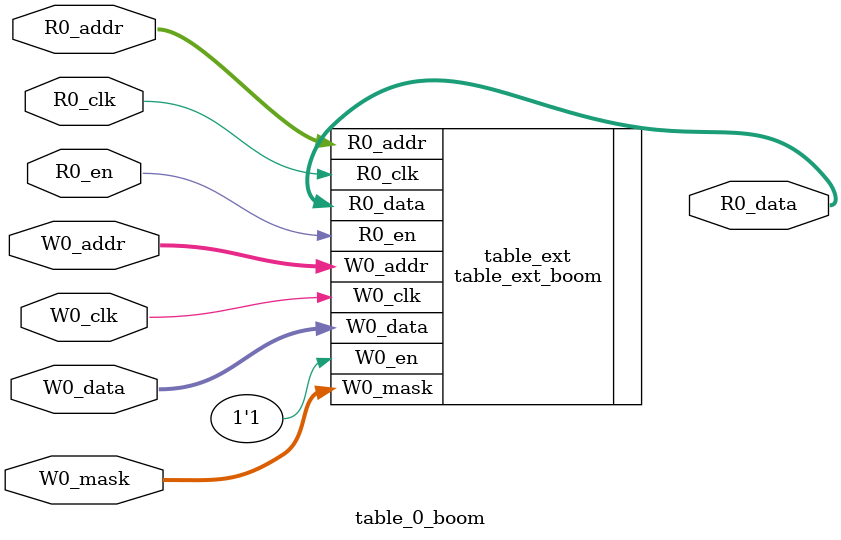
<source format=sv>
`ifndef RANDOMIZE
  `ifdef RANDOMIZE_REG_INIT
    `define RANDOMIZE
  `endif // RANDOMIZE_REG_INIT
`endif // not def RANDOMIZE
`ifndef RANDOMIZE
  `ifdef RANDOMIZE_MEM_INIT
    `define RANDOMIZE
  `endif // RANDOMIZE_MEM_INIT
`endif // not def RANDOMIZE

`ifndef RANDOM
  `define RANDOM $random
`endif // not def RANDOM

// Users can define 'PRINTF_COND' to add an extra gate to prints.
`ifndef PRINTF_COND_
  `ifdef PRINTF_COND
    `define PRINTF_COND_ (`PRINTF_COND)
  `else  // PRINTF_COND
    `define PRINTF_COND_ 1
  `endif // PRINTF_COND
`endif // not def PRINTF_COND_

// Users can define 'ASSERT_VERBOSE_COND' to add an extra gate to assert error printing.
`ifndef ASSERT_VERBOSE_COND_
  `ifdef ASSERT_VERBOSE_COND
    `define ASSERT_VERBOSE_COND_ (`ASSERT_VERBOSE_COND)
  `else  // ASSERT_VERBOSE_COND
    `define ASSERT_VERBOSE_COND_ 1
  `endif // ASSERT_VERBOSE_COND
`endif // not def ASSERT_VERBOSE_COND_

// Users can define 'STOP_COND' to add an extra gate to stop conditions.
`ifndef STOP_COND_
  `ifdef STOP_COND
    `define STOP_COND_ (`STOP_COND)
  `else  // STOP_COND
    `define STOP_COND_ 1
  `endif // STOP_COND
`endif // not def STOP_COND_

// Users can define INIT_RANDOM as general code that gets injected into the
// initializer block for modules with registers.
`ifndef INIT_RANDOM
  `define INIT_RANDOM
`endif // not def INIT_RANDOM

// If using random initialization, you can also define RANDOMIZE_DELAY to
// customize the delay used, otherwise 0.002 is used.
`ifndef RANDOMIZE_DELAY
  `define RANDOMIZE_DELAY 0.002
`endif // not def RANDOMIZE_DELAY

// Define INIT_RANDOM_PROLOG_ for use in our modules below.
`ifndef INIT_RANDOM_PROLOG_
  `ifdef RANDOMIZE
    `ifdef VERILATOR
      `define INIT_RANDOM_PROLOG_ `INIT_RANDOM
    `else  // VERILATOR
      `define INIT_RANDOM_PROLOG_ `INIT_RANDOM #`RANDOMIZE_DELAY begin end
    `endif // VERILATOR
  `else  // RANDOMIZE
    `define INIT_RANDOM_PROLOG_
  `endif // RANDOMIZE
`endif // not def INIT_RANDOM_PROLOG_

module table_0_boom(	// @[tage.scala:91:27]
  input  [6:0]  R0_addr,
  input         R0_en,
                R0_clk,
  input  [6:0]  W0_addr,
  input         W0_clk,
  input  [43:0] W0_data,
  input  [3:0]  W0_mask,
  output [43:0] R0_data
);

  table_ext_boom table_ext (	// @[tage.scala:91:27]
    .R0_addr (R0_addr),
    .R0_en   (R0_en),
    .R0_clk  (R0_clk),
    .W0_addr (W0_addr),
    .W0_en   (1'h1),
    .W0_clk  (W0_clk),
    .W0_data (W0_data),
    .W0_mask (W0_mask),
    .R0_data (R0_data)
  );
endmodule


</source>
